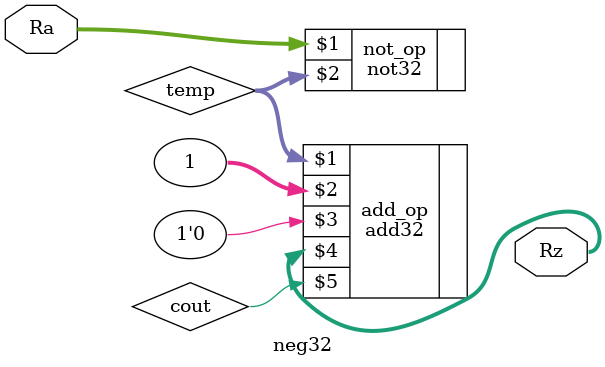
<source format=v>
module neg32(
	input wire [31:0] Ra,
	output wire [31:0] Rz
	);
	
	wire [31:0] temp; 
	wire cout;
	not32 not_op(Ra,temp);
	add32 add_op(temp, 32'd1, 1'd0, Rz, cout);
	
endmodule
</source>
